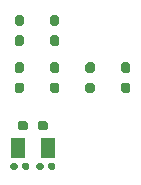
<source format=gbp>
G04 #@! TF.GenerationSoftware,KiCad,Pcbnew,(5.1.10-1-10_14)*
G04 #@! TF.CreationDate,2021-12-01T23:11:49+09:00*
G04 #@! TF.ProjectId,DIP-ESP32,4449502d-4553-4503-9332-2e6b69636164,V1.0*
G04 #@! TF.SameCoordinates,Original*
G04 #@! TF.FileFunction,Paste,Bot*
G04 #@! TF.FilePolarity,Positive*
%FSLAX46Y46*%
G04 Gerber Fmt 4.6, Leading zero omitted, Abs format (unit mm)*
G04 Created by KiCad (PCBNEW (5.1.10-1-10_14)) date 2021-12-01 23:11:49*
%MOMM*%
%LPD*%
G01*
G04 APERTURE LIST*
%ADD10R,1.200000X1.800000*%
G04 APERTURE END LIST*
D10*
X-4650000Y-13900000D03*
X-2050000Y-13900000D03*
G36*
G01*
X-4650000Y-12250000D02*
X-4650000Y-11850000D01*
G75*
G02*
X-4450000Y-11650000I200000J0D01*
G01*
X-3950000Y-11650000D01*
G75*
G02*
X-3750000Y-11850000I0J-200000D01*
G01*
X-3750000Y-12250000D01*
G75*
G02*
X-3950000Y-12450000I-200000J0D01*
G01*
X-4450000Y-12450000D01*
G75*
G02*
X-4650000Y-12250000I0J200000D01*
G01*
G37*
G36*
G01*
X-2950000Y-12250000D02*
X-2950000Y-11850000D01*
G75*
G02*
X-2750000Y-11650000I200000J0D01*
G01*
X-2250000Y-11650000D01*
G75*
G02*
X-2050000Y-11850000I0J-200000D01*
G01*
X-2050000Y-12250000D01*
G75*
G02*
X-2250000Y-12450000I-200000J0D01*
G01*
X-2750000Y-12450000D01*
G75*
G02*
X-2950000Y-12250000I0J200000D01*
G01*
G37*
G36*
G01*
X-5250000Y-15650000D02*
X-5250000Y-15350000D01*
G75*
G02*
X-5100000Y-15200000I150000J0D01*
G01*
X-4800000Y-15200000D01*
G75*
G02*
X-4650000Y-15350000I0J-150000D01*
G01*
X-4650000Y-15650000D01*
G75*
G02*
X-4800000Y-15800000I-150000J0D01*
G01*
X-5100000Y-15800000D01*
G75*
G02*
X-5250000Y-15650000I0J150000D01*
G01*
G37*
G36*
G01*
X-4250000Y-15650000D02*
X-4250000Y-15350000D01*
G75*
G02*
X-4100000Y-15200000I150000J0D01*
G01*
X-3800000Y-15200000D01*
G75*
G02*
X-3650000Y-15350000I0J-150000D01*
G01*
X-3650000Y-15650000D01*
G75*
G02*
X-3800000Y-15800000I-150000J0D01*
G01*
X-4100000Y-15800000D01*
G75*
G02*
X-4250000Y-15650000I0J150000D01*
G01*
G37*
G36*
G01*
X-1450000Y-15350000D02*
X-1450000Y-15650000D01*
G75*
G02*
X-1600000Y-15800000I-150000J0D01*
G01*
X-1900000Y-15800000D01*
G75*
G02*
X-2050000Y-15650000I0J150000D01*
G01*
X-2050000Y-15350000D01*
G75*
G02*
X-1900000Y-15200000I150000J0D01*
G01*
X-1600000Y-15200000D01*
G75*
G02*
X-1450000Y-15350000I0J-150000D01*
G01*
G37*
G36*
G01*
X-2450000Y-15350000D02*
X-2450000Y-15650000D01*
G75*
G02*
X-2600000Y-15800000I-150000J0D01*
G01*
X-2900000Y-15800000D01*
G75*
G02*
X-3050000Y-15650000I0J150000D01*
G01*
X-3050000Y-15350000D01*
G75*
G02*
X-2900000Y-15200000I150000J0D01*
G01*
X-2600000Y-15200000D01*
G75*
G02*
X-2450000Y-15350000I0J-150000D01*
G01*
G37*
G36*
G01*
X1700000Y-9300000D02*
X1300000Y-9300000D01*
G75*
G02*
X1100000Y-9100000I0J200000D01*
G01*
X1100000Y-8600000D01*
G75*
G02*
X1300000Y-8400000I200000J0D01*
G01*
X1700000Y-8400000D01*
G75*
G02*
X1900000Y-8600000I0J-200000D01*
G01*
X1900000Y-9100000D01*
G75*
G02*
X1700000Y-9300000I-200000J0D01*
G01*
G37*
G36*
G01*
X1700000Y-7600000D02*
X1300000Y-7600000D01*
G75*
G02*
X1100000Y-7400000I0J200000D01*
G01*
X1100000Y-6900000D01*
G75*
G02*
X1300000Y-6700000I200000J0D01*
G01*
X1700000Y-6700000D01*
G75*
G02*
X1900000Y-6900000I0J-200000D01*
G01*
X1900000Y-7400000D01*
G75*
G02*
X1700000Y-7600000I-200000J0D01*
G01*
G37*
G36*
G01*
X4300000Y-6700000D02*
X4700000Y-6700000D01*
G75*
G02*
X4900000Y-6900000I0J-200000D01*
G01*
X4900000Y-7400000D01*
G75*
G02*
X4700000Y-7600000I-200000J0D01*
G01*
X4300000Y-7600000D01*
G75*
G02*
X4100000Y-7400000I0J200000D01*
G01*
X4100000Y-6900000D01*
G75*
G02*
X4300000Y-6700000I200000J0D01*
G01*
G37*
G36*
G01*
X4300000Y-8400000D02*
X4700000Y-8400000D01*
G75*
G02*
X4900000Y-8600000I0J-200000D01*
G01*
X4900000Y-9100000D01*
G75*
G02*
X4700000Y-9300000I-200000J0D01*
G01*
X4300000Y-9300000D01*
G75*
G02*
X4100000Y-9100000I0J200000D01*
G01*
X4100000Y-8600000D01*
G75*
G02*
X4300000Y-8400000I200000J0D01*
G01*
G37*
G36*
G01*
X-4700000Y-6700000D02*
X-4300000Y-6700000D01*
G75*
G02*
X-4100000Y-6900000I0J-200000D01*
G01*
X-4100000Y-7400000D01*
G75*
G02*
X-4300000Y-7600000I-200000J0D01*
G01*
X-4700000Y-7600000D01*
G75*
G02*
X-4900000Y-7400000I0J200000D01*
G01*
X-4900000Y-6900000D01*
G75*
G02*
X-4700000Y-6700000I200000J0D01*
G01*
G37*
G36*
G01*
X-4700000Y-8400000D02*
X-4300000Y-8400000D01*
G75*
G02*
X-4100000Y-8600000I0J-200000D01*
G01*
X-4100000Y-9100000D01*
G75*
G02*
X-4300000Y-9300000I-200000J0D01*
G01*
X-4700000Y-9300000D01*
G75*
G02*
X-4900000Y-9100000I0J200000D01*
G01*
X-4900000Y-8600000D01*
G75*
G02*
X-4700000Y-8400000I200000J0D01*
G01*
G37*
G36*
G01*
X-1300000Y-9300000D02*
X-1700000Y-9300000D01*
G75*
G02*
X-1900000Y-9100000I0J200000D01*
G01*
X-1900000Y-8600000D01*
G75*
G02*
X-1700000Y-8400000I200000J0D01*
G01*
X-1300000Y-8400000D01*
G75*
G02*
X-1100000Y-8600000I0J-200000D01*
G01*
X-1100000Y-9100000D01*
G75*
G02*
X-1300000Y-9300000I-200000J0D01*
G01*
G37*
G36*
G01*
X-1300000Y-7600000D02*
X-1700000Y-7600000D01*
G75*
G02*
X-1900000Y-7400000I0J200000D01*
G01*
X-1900000Y-6900000D01*
G75*
G02*
X-1700000Y-6700000I200000J0D01*
G01*
X-1300000Y-6700000D01*
G75*
G02*
X-1100000Y-6900000I0J-200000D01*
G01*
X-1100000Y-7400000D01*
G75*
G02*
X-1300000Y-7600000I-200000J0D01*
G01*
G37*
G36*
G01*
X-1300000Y-5300000D02*
X-1700000Y-5300000D01*
G75*
G02*
X-1900000Y-5100000I0J200000D01*
G01*
X-1900000Y-4600000D01*
G75*
G02*
X-1700000Y-4400000I200000J0D01*
G01*
X-1300000Y-4400000D01*
G75*
G02*
X-1100000Y-4600000I0J-200000D01*
G01*
X-1100000Y-5100000D01*
G75*
G02*
X-1300000Y-5300000I-200000J0D01*
G01*
G37*
G36*
G01*
X-1300000Y-3600000D02*
X-1700000Y-3600000D01*
G75*
G02*
X-1900000Y-3400000I0J200000D01*
G01*
X-1900000Y-2900000D01*
G75*
G02*
X-1700000Y-2700000I200000J0D01*
G01*
X-1300000Y-2700000D01*
G75*
G02*
X-1100000Y-2900000I0J-200000D01*
G01*
X-1100000Y-3400000D01*
G75*
G02*
X-1300000Y-3600000I-200000J0D01*
G01*
G37*
G36*
G01*
X-4300000Y-5300000D02*
X-4700000Y-5300000D01*
G75*
G02*
X-4900000Y-5100000I0J200000D01*
G01*
X-4900000Y-4600000D01*
G75*
G02*
X-4700000Y-4400000I200000J0D01*
G01*
X-4300000Y-4400000D01*
G75*
G02*
X-4100000Y-4600000I0J-200000D01*
G01*
X-4100000Y-5100000D01*
G75*
G02*
X-4300000Y-5300000I-200000J0D01*
G01*
G37*
G36*
G01*
X-4300000Y-3600000D02*
X-4700000Y-3600000D01*
G75*
G02*
X-4900000Y-3400000I0J200000D01*
G01*
X-4900000Y-2900000D01*
G75*
G02*
X-4700000Y-2700000I200000J0D01*
G01*
X-4300000Y-2700000D01*
G75*
G02*
X-4100000Y-2900000I0J-200000D01*
G01*
X-4100000Y-3400000D01*
G75*
G02*
X-4300000Y-3600000I-200000J0D01*
G01*
G37*
M02*

</source>
